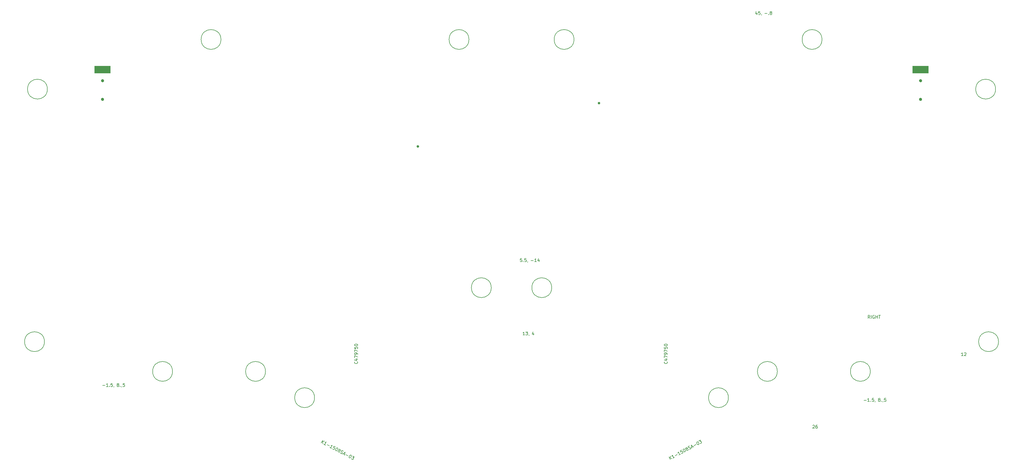
<source format=gbr>
%TF.GenerationSoftware,KiCad,Pcbnew,(6.99.0-4085-g6c752680d7)*%
%TF.CreationDate,2022-11-10T11:06:54+08:00*%
%TF.ProjectId,Rev2.4,52657632-2e34-42e6-9b69-6361645f7063,rev?*%
%TF.SameCoordinates,Original*%
%TF.FileFunction,Other,Comment*%
%FSLAX46Y46*%
G04 Gerber Fmt 4.6, Leading zero omitted, Abs format (unit mm)*
G04 Created by KiCad (PCBNEW (6.99.0-4085-g6c752680d7)) date 2022-11-10 11:06:54*
%MOMM*%
%LPD*%
G01*
G04 APERTURE LIST*
%ADD10C,0.150000*%
%ADD11C,0.500000*%
%ADD12C,0.400000*%
G04 APERTURE END LIST*
D10*
X323971906Y-167746428D02*
X324733811Y-167746428D01*
X325733810Y-168127380D02*
X325162382Y-168127380D01*
X325448096Y-168127380D02*
X325448096Y-167127380D01*
X325448096Y-167127380D02*
X325352858Y-167270238D01*
X325352858Y-167270238D02*
X325257620Y-167365476D01*
X325257620Y-167365476D02*
X325162382Y-167413095D01*
X326162382Y-168032142D02*
X326210001Y-168079761D01*
X326210001Y-168079761D02*
X326162382Y-168127380D01*
X326162382Y-168127380D02*
X326114763Y-168079761D01*
X326114763Y-168079761D02*
X326162382Y-168032142D01*
X326162382Y-168032142D02*
X326162382Y-168127380D01*
X327114762Y-167127380D02*
X326638572Y-167127380D01*
X326638572Y-167127380D02*
X326590953Y-167603571D01*
X326590953Y-167603571D02*
X326638572Y-167555952D01*
X326638572Y-167555952D02*
X326733810Y-167508333D01*
X326733810Y-167508333D02*
X326971905Y-167508333D01*
X326971905Y-167508333D02*
X327067143Y-167555952D01*
X327067143Y-167555952D02*
X327114762Y-167603571D01*
X327114762Y-167603571D02*
X327162381Y-167698809D01*
X327162381Y-167698809D02*
X327162381Y-167936904D01*
X327162381Y-167936904D02*
X327114762Y-168032142D01*
X327114762Y-168032142D02*
X327067143Y-168079761D01*
X327067143Y-168079761D02*
X326971905Y-168127380D01*
X326971905Y-168127380D02*
X326733810Y-168127380D01*
X326733810Y-168127380D02*
X326638572Y-168079761D01*
X326638572Y-168079761D02*
X326590953Y-168032142D01*
X327638572Y-168079761D02*
X327638572Y-168127380D01*
X327638572Y-168127380D02*
X327590953Y-168222619D01*
X327590953Y-168222619D02*
X327543334Y-168270238D01*
X328810000Y-167555952D02*
X328714762Y-167508333D01*
X328714762Y-167508333D02*
X328667143Y-167460714D01*
X328667143Y-167460714D02*
X328619524Y-167365476D01*
X328619524Y-167365476D02*
X328619524Y-167317857D01*
X328619524Y-167317857D02*
X328667143Y-167222619D01*
X328667143Y-167222619D02*
X328714762Y-167175000D01*
X328714762Y-167175000D02*
X328810000Y-167127380D01*
X328810000Y-167127380D02*
X329000476Y-167127380D01*
X329000476Y-167127380D02*
X329095714Y-167175000D01*
X329095714Y-167175000D02*
X329143333Y-167222619D01*
X329143333Y-167222619D02*
X329190952Y-167317857D01*
X329190952Y-167317857D02*
X329190952Y-167365476D01*
X329190952Y-167365476D02*
X329143333Y-167460714D01*
X329143333Y-167460714D02*
X329095714Y-167508333D01*
X329095714Y-167508333D02*
X329000476Y-167555952D01*
X329000476Y-167555952D02*
X328810000Y-167555952D01*
X328810000Y-167555952D02*
X328714762Y-167603571D01*
X328714762Y-167603571D02*
X328667143Y-167651190D01*
X328667143Y-167651190D02*
X328619524Y-167746428D01*
X328619524Y-167746428D02*
X328619524Y-167936904D01*
X328619524Y-167936904D02*
X328667143Y-168032142D01*
X328667143Y-168032142D02*
X328714762Y-168079761D01*
X328714762Y-168079761D02*
X328810000Y-168127380D01*
X328810000Y-168127380D02*
X329000476Y-168127380D01*
X329000476Y-168127380D02*
X329095714Y-168079761D01*
X329095714Y-168079761D02*
X329143333Y-168032142D01*
X329143333Y-168032142D02*
X329190952Y-167936904D01*
X329190952Y-167936904D02*
X329190952Y-167746428D01*
X329190952Y-167746428D02*
X329143333Y-167651190D01*
X329143333Y-167651190D02*
X329095714Y-167603571D01*
X329095714Y-167603571D02*
X329000476Y-167555952D01*
X329619524Y-168032142D02*
X329667143Y-168079761D01*
X329667143Y-168079761D02*
X329619524Y-168127380D01*
X329619524Y-168127380D02*
X329571905Y-168079761D01*
X329571905Y-168079761D02*
X329619524Y-168032142D01*
X329619524Y-168032142D02*
X329619524Y-168127380D01*
X330143333Y-168079761D02*
X330143333Y-168127380D01*
X330143333Y-168127380D02*
X330095714Y-168222619D01*
X330095714Y-168222619D02*
X330048095Y-168270238D01*
X331048094Y-167127380D02*
X330571904Y-167127380D01*
X330571904Y-167127380D02*
X330524285Y-167603571D01*
X330524285Y-167603571D02*
X330571904Y-167555952D01*
X330571904Y-167555952D02*
X330667142Y-167508333D01*
X330667142Y-167508333D02*
X330905237Y-167508333D01*
X330905237Y-167508333D02*
X331000475Y-167555952D01*
X331000475Y-167555952D02*
X331048094Y-167603571D01*
X331048094Y-167603571D02*
X331095713Y-167698809D01*
X331095713Y-167698809D02*
X331095713Y-167936904D01*
X331095713Y-167936904D02*
X331048094Y-168032142D01*
X331048094Y-168032142D02*
X331000475Y-168079761D01*
X331000475Y-168079761D02*
X330905237Y-168127380D01*
X330905237Y-168127380D02*
X330667142Y-168127380D01*
X330667142Y-168127380D02*
X330571904Y-168079761D01*
X330571904Y-168079761D02*
X330524285Y-168032142D01*
X289442857Y-42800714D02*
X289442857Y-43467380D01*
X289204762Y-42419761D02*
X288966667Y-43134047D01*
X288966667Y-43134047D02*
X289585714Y-43134047D01*
X290442857Y-42467380D02*
X289966667Y-42467380D01*
X289966667Y-42467380D02*
X289919048Y-42943571D01*
X289919048Y-42943571D02*
X289966667Y-42895952D01*
X289966667Y-42895952D02*
X290061905Y-42848333D01*
X290061905Y-42848333D02*
X290300000Y-42848333D01*
X290300000Y-42848333D02*
X290395238Y-42895952D01*
X290395238Y-42895952D02*
X290442857Y-42943571D01*
X290442857Y-42943571D02*
X290490476Y-43038809D01*
X290490476Y-43038809D02*
X290490476Y-43276904D01*
X290490476Y-43276904D02*
X290442857Y-43372142D01*
X290442857Y-43372142D02*
X290395238Y-43419761D01*
X290395238Y-43419761D02*
X290300000Y-43467380D01*
X290300000Y-43467380D02*
X290061905Y-43467380D01*
X290061905Y-43467380D02*
X289966667Y-43419761D01*
X289966667Y-43419761D02*
X289919048Y-43372142D01*
X290966667Y-43419761D02*
X290966667Y-43467380D01*
X290966667Y-43467380D02*
X290919048Y-43562619D01*
X290919048Y-43562619D02*
X290871429Y-43610238D01*
X291995238Y-43086428D02*
X292757143Y-43086428D01*
X293233333Y-43372142D02*
X293280952Y-43419761D01*
X293280952Y-43419761D02*
X293233333Y-43467380D01*
X293233333Y-43467380D02*
X293185714Y-43419761D01*
X293185714Y-43419761D02*
X293233333Y-43372142D01*
X293233333Y-43372142D02*
X293233333Y-43467380D01*
X293852380Y-42895952D02*
X293757142Y-42848333D01*
X293757142Y-42848333D02*
X293709523Y-42800714D01*
X293709523Y-42800714D02*
X293661904Y-42705476D01*
X293661904Y-42705476D02*
X293661904Y-42657857D01*
X293661904Y-42657857D02*
X293709523Y-42562619D01*
X293709523Y-42562619D02*
X293757142Y-42515000D01*
X293757142Y-42515000D02*
X293852380Y-42467380D01*
X293852380Y-42467380D02*
X294042856Y-42467380D01*
X294042856Y-42467380D02*
X294138094Y-42515000D01*
X294138094Y-42515000D02*
X294185713Y-42562619D01*
X294185713Y-42562619D02*
X294233332Y-42657857D01*
X294233332Y-42657857D02*
X294233332Y-42705476D01*
X294233332Y-42705476D02*
X294185713Y-42800714D01*
X294185713Y-42800714D02*
X294138094Y-42848333D01*
X294138094Y-42848333D02*
X294042856Y-42895952D01*
X294042856Y-42895952D02*
X293852380Y-42895952D01*
X293852380Y-42895952D02*
X293757142Y-42943571D01*
X293757142Y-42943571D02*
X293709523Y-42991190D01*
X293709523Y-42991190D02*
X293661904Y-43086428D01*
X293661904Y-43086428D02*
X293661904Y-43276904D01*
X293661904Y-43276904D02*
X293709523Y-43372142D01*
X293709523Y-43372142D02*
X293757142Y-43419761D01*
X293757142Y-43419761D02*
X293852380Y-43467380D01*
X293852380Y-43467380D02*
X294042856Y-43467380D01*
X294042856Y-43467380D02*
X294138094Y-43419761D01*
X294138094Y-43419761D02*
X294185713Y-43372142D01*
X294185713Y-43372142D02*
X294233332Y-43276904D01*
X294233332Y-43276904D02*
X294233332Y-43086428D01*
X294233332Y-43086428D02*
X294185713Y-42991190D01*
X294185713Y-42991190D02*
X294138094Y-42943571D01*
X294138094Y-42943571D02*
X294042856Y-42895952D01*
X213584286Y-122087380D02*
X213108096Y-122087380D01*
X213108096Y-122087380D02*
X213060477Y-122563571D01*
X213060477Y-122563571D02*
X213108096Y-122515952D01*
X213108096Y-122515952D02*
X213203334Y-122468333D01*
X213203334Y-122468333D02*
X213441429Y-122468333D01*
X213441429Y-122468333D02*
X213536667Y-122515952D01*
X213536667Y-122515952D02*
X213584286Y-122563571D01*
X213584286Y-122563571D02*
X213631905Y-122658809D01*
X213631905Y-122658809D02*
X213631905Y-122896904D01*
X213631905Y-122896904D02*
X213584286Y-122992142D01*
X213584286Y-122992142D02*
X213536667Y-123039761D01*
X213536667Y-123039761D02*
X213441429Y-123087380D01*
X213441429Y-123087380D02*
X213203334Y-123087380D01*
X213203334Y-123087380D02*
X213108096Y-123039761D01*
X213108096Y-123039761D02*
X213060477Y-122992142D01*
X214060477Y-122992142D02*
X214108096Y-123039761D01*
X214108096Y-123039761D02*
X214060477Y-123087380D01*
X214060477Y-123087380D02*
X214012858Y-123039761D01*
X214012858Y-123039761D02*
X214060477Y-122992142D01*
X214060477Y-122992142D02*
X214060477Y-123087380D01*
X215012857Y-122087380D02*
X214536667Y-122087380D01*
X214536667Y-122087380D02*
X214489048Y-122563571D01*
X214489048Y-122563571D02*
X214536667Y-122515952D01*
X214536667Y-122515952D02*
X214631905Y-122468333D01*
X214631905Y-122468333D02*
X214870000Y-122468333D01*
X214870000Y-122468333D02*
X214965238Y-122515952D01*
X214965238Y-122515952D02*
X215012857Y-122563571D01*
X215012857Y-122563571D02*
X215060476Y-122658809D01*
X215060476Y-122658809D02*
X215060476Y-122896904D01*
X215060476Y-122896904D02*
X215012857Y-122992142D01*
X215012857Y-122992142D02*
X214965238Y-123039761D01*
X214965238Y-123039761D02*
X214870000Y-123087380D01*
X214870000Y-123087380D02*
X214631905Y-123087380D01*
X214631905Y-123087380D02*
X214536667Y-123039761D01*
X214536667Y-123039761D02*
X214489048Y-122992142D01*
X215536667Y-123039761D02*
X215536667Y-123087380D01*
X215536667Y-123087380D02*
X215489048Y-123182619D01*
X215489048Y-123182619D02*
X215441429Y-123230238D01*
X216565238Y-122706428D02*
X217327143Y-122706428D01*
X218327142Y-123087380D02*
X217755714Y-123087380D01*
X218041428Y-123087380D02*
X218041428Y-122087380D01*
X218041428Y-122087380D02*
X217946190Y-122230238D01*
X217946190Y-122230238D02*
X217850952Y-122325476D01*
X217850952Y-122325476D02*
X217755714Y-122373095D01*
X219184285Y-122420714D02*
X219184285Y-123087380D01*
X218946190Y-122039761D02*
X218708095Y-122754047D01*
X218708095Y-122754047D02*
X219327142Y-122754047D01*
X214525238Y-146737380D02*
X213953810Y-146737380D01*
X214239524Y-146737380D02*
X214239524Y-145737380D01*
X214239524Y-145737380D02*
X214144286Y-145880238D01*
X214144286Y-145880238D02*
X214049048Y-145975476D01*
X214049048Y-145975476D02*
X213953810Y-146023095D01*
X214858572Y-145737380D02*
X215477619Y-145737380D01*
X215477619Y-145737380D02*
X215144286Y-146118333D01*
X215144286Y-146118333D02*
X215287143Y-146118333D01*
X215287143Y-146118333D02*
X215382381Y-146165952D01*
X215382381Y-146165952D02*
X215430000Y-146213571D01*
X215430000Y-146213571D02*
X215477619Y-146308809D01*
X215477619Y-146308809D02*
X215477619Y-146546904D01*
X215477619Y-146546904D02*
X215430000Y-146642142D01*
X215430000Y-146642142D02*
X215382381Y-146689761D01*
X215382381Y-146689761D02*
X215287143Y-146737380D01*
X215287143Y-146737380D02*
X215001429Y-146737380D01*
X215001429Y-146737380D02*
X214906191Y-146689761D01*
X214906191Y-146689761D02*
X214858572Y-146642142D01*
X215953810Y-146689761D02*
X215953810Y-146737380D01*
X215953810Y-146737380D02*
X215906191Y-146832619D01*
X215906191Y-146832619D02*
X215858572Y-146880238D01*
X217410952Y-146070714D02*
X217410952Y-146737380D01*
X217172857Y-145689761D02*
X216934762Y-146404047D01*
X216934762Y-146404047D02*
X217553809Y-146404047D01*
X325890761Y-141383378D02*
X325557428Y-140907188D01*
X325319333Y-141383378D02*
X325319333Y-140383378D01*
X325319333Y-140383378D02*
X325700285Y-140383378D01*
X325700285Y-140383378D02*
X325795523Y-140430998D01*
X325795523Y-140430998D02*
X325843142Y-140478617D01*
X325843142Y-140478617D02*
X325890761Y-140573855D01*
X325890761Y-140573855D02*
X325890761Y-140716712D01*
X325890761Y-140716712D02*
X325843142Y-140811950D01*
X325843142Y-140811950D02*
X325795523Y-140859569D01*
X325795523Y-140859569D02*
X325700285Y-140907188D01*
X325700285Y-140907188D02*
X325319333Y-140907188D01*
X326319333Y-141383378D02*
X326319333Y-140383378D01*
X327319332Y-140430998D02*
X327224094Y-140383378D01*
X327224094Y-140383378D02*
X327081237Y-140383378D01*
X327081237Y-140383378D02*
X326938380Y-140430998D01*
X326938380Y-140430998D02*
X326843142Y-140526236D01*
X326843142Y-140526236D02*
X326795523Y-140621474D01*
X326795523Y-140621474D02*
X326747904Y-140811950D01*
X326747904Y-140811950D02*
X326747904Y-140954807D01*
X326747904Y-140954807D02*
X326795523Y-141145283D01*
X326795523Y-141145283D02*
X326843142Y-141240521D01*
X326843142Y-141240521D02*
X326938380Y-141335759D01*
X326938380Y-141335759D02*
X327081237Y-141383378D01*
X327081237Y-141383378D02*
X327176475Y-141383378D01*
X327176475Y-141383378D02*
X327319332Y-141335759D01*
X327319332Y-141335759D02*
X327366951Y-141288140D01*
X327366951Y-141288140D02*
X327366951Y-140954807D01*
X327366951Y-140954807D02*
X327176475Y-140954807D01*
X327795523Y-141383378D02*
X327795523Y-140383378D01*
X327795523Y-140859569D02*
X328366951Y-140859569D01*
X328366951Y-141383378D02*
X328366951Y-140383378D01*
X328700285Y-140383378D02*
X329271713Y-140383378D01*
X328985999Y-141383378D02*
X328985999Y-140383378D01*
X78366906Y-162958180D02*
X79128811Y-162958180D01*
X80128810Y-163339132D02*
X79557382Y-163339132D01*
X79843096Y-163339132D02*
X79843096Y-162339132D01*
X79843096Y-162339132D02*
X79747858Y-162481990D01*
X79747858Y-162481990D02*
X79652620Y-162577228D01*
X79652620Y-162577228D02*
X79557382Y-162624847D01*
X80557382Y-163243894D02*
X80605001Y-163291513D01*
X80605001Y-163291513D02*
X80557382Y-163339132D01*
X80557382Y-163339132D02*
X80509763Y-163291513D01*
X80509763Y-163291513D02*
X80557382Y-163243894D01*
X80557382Y-163243894D02*
X80557382Y-163339132D01*
X81509762Y-162339132D02*
X81033572Y-162339132D01*
X81033572Y-162339132D02*
X80985953Y-162815323D01*
X80985953Y-162815323D02*
X81033572Y-162767704D01*
X81033572Y-162767704D02*
X81128810Y-162720085D01*
X81128810Y-162720085D02*
X81366905Y-162720085D01*
X81366905Y-162720085D02*
X81462143Y-162767704D01*
X81462143Y-162767704D02*
X81509762Y-162815323D01*
X81509762Y-162815323D02*
X81557381Y-162910561D01*
X81557381Y-162910561D02*
X81557381Y-163148656D01*
X81557381Y-163148656D02*
X81509762Y-163243894D01*
X81509762Y-163243894D02*
X81462143Y-163291513D01*
X81462143Y-163291513D02*
X81366905Y-163339132D01*
X81366905Y-163339132D02*
X81128810Y-163339132D01*
X81128810Y-163339132D02*
X81033572Y-163291513D01*
X81033572Y-163291513D02*
X80985953Y-163243894D01*
X82033572Y-163291513D02*
X82033572Y-163339132D01*
X82033572Y-163339132D02*
X81985953Y-163434371D01*
X81985953Y-163434371D02*
X81938334Y-163481990D01*
X83205000Y-162767704D02*
X83109762Y-162720085D01*
X83109762Y-162720085D02*
X83062143Y-162672466D01*
X83062143Y-162672466D02*
X83014524Y-162577228D01*
X83014524Y-162577228D02*
X83014524Y-162529609D01*
X83014524Y-162529609D02*
X83062143Y-162434371D01*
X83062143Y-162434371D02*
X83109762Y-162386752D01*
X83109762Y-162386752D02*
X83205000Y-162339132D01*
X83205000Y-162339132D02*
X83395476Y-162339132D01*
X83395476Y-162339132D02*
X83490714Y-162386752D01*
X83490714Y-162386752D02*
X83538333Y-162434371D01*
X83538333Y-162434371D02*
X83585952Y-162529609D01*
X83585952Y-162529609D02*
X83585952Y-162577228D01*
X83585952Y-162577228D02*
X83538333Y-162672466D01*
X83538333Y-162672466D02*
X83490714Y-162720085D01*
X83490714Y-162720085D02*
X83395476Y-162767704D01*
X83395476Y-162767704D02*
X83205000Y-162767704D01*
X83205000Y-162767704D02*
X83109762Y-162815323D01*
X83109762Y-162815323D02*
X83062143Y-162862942D01*
X83062143Y-162862942D02*
X83014524Y-162958180D01*
X83014524Y-162958180D02*
X83014524Y-163148656D01*
X83014524Y-163148656D02*
X83062143Y-163243894D01*
X83062143Y-163243894D02*
X83109762Y-163291513D01*
X83109762Y-163291513D02*
X83205000Y-163339132D01*
X83205000Y-163339132D02*
X83395476Y-163339132D01*
X83395476Y-163339132D02*
X83490714Y-163291513D01*
X83490714Y-163291513D02*
X83538333Y-163243894D01*
X83538333Y-163243894D02*
X83585952Y-163148656D01*
X83585952Y-163148656D02*
X83585952Y-162958180D01*
X83585952Y-162958180D02*
X83538333Y-162862942D01*
X83538333Y-162862942D02*
X83490714Y-162815323D01*
X83490714Y-162815323D02*
X83395476Y-162767704D01*
X84014524Y-163243894D02*
X84062143Y-163291513D01*
X84062143Y-163291513D02*
X84014524Y-163339132D01*
X84014524Y-163339132D02*
X83966905Y-163291513D01*
X83966905Y-163291513D02*
X84014524Y-163243894D01*
X84014524Y-163243894D02*
X84014524Y-163339132D01*
X84538333Y-163291513D02*
X84538333Y-163339132D01*
X84538333Y-163339132D02*
X84490714Y-163434371D01*
X84490714Y-163434371D02*
X84443095Y-163481990D01*
X85443094Y-162339132D02*
X84966904Y-162339132D01*
X84966904Y-162339132D02*
X84919285Y-162815323D01*
X84919285Y-162815323D02*
X84966904Y-162767704D01*
X84966904Y-162767704D02*
X85062142Y-162720085D01*
X85062142Y-162720085D02*
X85300237Y-162720085D01*
X85300237Y-162720085D02*
X85395475Y-162767704D01*
X85395475Y-162767704D02*
X85443094Y-162815323D01*
X85443094Y-162815323D02*
X85490713Y-162910561D01*
X85490713Y-162910561D02*
X85490713Y-163148656D01*
X85490713Y-163148656D02*
X85443094Y-163243894D01*
X85443094Y-163243894D02*
X85395475Y-163291513D01*
X85395475Y-163291513D02*
X85300237Y-163339132D01*
X85300237Y-163339132D02*
X85062142Y-163339132D01*
X85062142Y-163339132D02*
X84966904Y-163291513D01*
X84966904Y-163291513D02*
X84919285Y-163243894D01*
X355969523Y-153427380D02*
X355398095Y-153427380D01*
X355683809Y-153427380D02*
X355683809Y-152427380D01*
X355683809Y-152427380D02*
X355588571Y-152570238D01*
X355588571Y-152570238D02*
X355493333Y-152665476D01*
X355493333Y-152665476D02*
X355398095Y-152713095D01*
X356350476Y-152522619D02*
X356398095Y-152475000D01*
X356398095Y-152475000D02*
X356493333Y-152427380D01*
X356493333Y-152427380D02*
X356731428Y-152427380D01*
X356731428Y-152427380D02*
X356826666Y-152475000D01*
X356826666Y-152475000D02*
X356874285Y-152522619D01*
X356874285Y-152522619D02*
X356921904Y-152617857D01*
X356921904Y-152617857D02*
X356921904Y-152713095D01*
X356921904Y-152713095D02*
X356874285Y-152855952D01*
X356874285Y-152855952D02*
X356302857Y-153427380D01*
X356302857Y-153427380D02*
X356921904Y-153427380D01*
X307448095Y-175872619D02*
X307495714Y-175825000D01*
X307495714Y-175825000D02*
X307590952Y-175777380D01*
X307590952Y-175777380D02*
X307829047Y-175777380D01*
X307829047Y-175777380D02*
X307924285Y-175825000D01*
X307924285Y-175825000D02*
X307971904Y-175872619D01*
X307971904Y-175872619D02*
X308019523Y-175967857D01*
X308019523Y-175967857D02*
X308019523Y-176063095D01*
X308019523Y-176063095D02*
X307971904Y-176205952D01*
X307971904Y-176205952D02*
X307400476Y-176777380D01*
X307400476Y-176777380D02*
X308019523Y-176777380D01*
X308876666Y-175777380D02*
X308686190Y-175777380D01*
X308686190Y-175777380D02*
X308590952Y-175825000D01*
X308590952Y-175825000D02*
X308543333Y-175872619D01*
X308543333Y-175872619D02*
X308448095Y-176015476D01*
X308448095Y-176015476D02*
X308400476Y-176205952D01*
X308400476Y-176205952D02*
X308400476Y-176586904D01*
X308400476Y-176586904D02*
X308448095Y-176682142D01*
X308448095Y-176682142D02*
X308495714Y-176729761D01*
X308495714Y-176729761D02*
X308590952Y-176777380D01*
X308590952Y-176777380D02*
X308781428Y-176777380D01*
X308781428Y-176777380D02*
X308876666Y-176729761D01*
X308876666Y-176729761D02*
X308924285Y-176682142D01*
X308924285Y-176682142D02*
X308971904Y-176586904D01*
X308971904Y-176586904D02*
X308971904Y-176348809D01*
X308971904Y-176348809D02*
X308924285Y-176253571D01*
X308924285Y-176253571D02*
X308876666Y-176205952D01*
X308876666Y-176205952D02*
X308781428Y-176158333D01*
X308781428Y-176158333D02*
X308590952Y-176158333D01*
X308590952Y-176158333D02*
X308495714Y-176205952D01*
X308495714Y-176205952D02*
X308448095Y-176253571D01*
X308448095Y-176253571D02*
X308400476Y-176348809D01*
%TO.C,J27*%
X260456641Y-155347623D02*
X260504260Y-155395242D01*
X260504260Y-155395242D02*
X260551879Y-155538099D01*
X260551879Y-155538099D02*
X260551879Y-155633337D01*
X260551879Y-155633337D02*
X260504260Y-155776194D01*
X260504260Y-155776194D02*
X260409022Y-155871432D01*
X260409022Y-155871432D02*
X260313784Y-155919051D01*
X260313784Y-155919051D02*
X260123308Y-155966670D01*
X260123308Y-155966670D02*
X259980451Y-155966670D01*
X259980451Y-155966670D02*
X259789975Y-155919051D01*
X259789975Y-155919051D02*
X259694737Y-155871432D01*
X259694737Y-155871432D02*
X259599499Y-155776194D01*
X259599499Y-155776194D02*
X259551879Y-155633337D01*
X259551879Y-155633337D02*
X259551879Y-155538099D01*
X259551879Y-155538099D02*
X259599499Y-155395242D01*
X259599499Y-155395242D02*
X259647118Y-155347623D01*
X259885213Y-154490480D02*
X260551879Y-154490480D01*
X259504260Y-154728575D02*
X260218546Y-154966670D01*
X260218546Y-154966670D02*
X260218546Y-154347623D01*
X259551879Y-154061908D02*
X259551879Y-153395242D01*
X259551879Y-153395242D02*
X260551879Y-153823813D01*
X260551879Y-152966670D02*
X260551879Y-152776194D01*
X260551879Y-152776194D02*
X260504260Y-152680956D01*
X260504260Y-152680956D02*
X260456641Y-152633337D01*
X260456641Y-152633337D02*
X260313784Y-152538099D01*
X260313784Y-152538099D02*
X260123308Y-152490480D01*
X260123308Y-152490480D02*
X259742356Y-152490480D01*
X259742356Y-152490480D02*
X259647118Y-152538099D01*
X259647118Y-152538099D02*
X259599499Y-152585718D01*
X259599499Y-152585718D02*
X259551879Y-152680956D01*
X259551879Y-152680956D02*
X259551879Y-152871432D01*
X259551879Y-152871432D02*
X259599499Y-152966670D01*
X259599499Y-152966670D02*
X259647118Y-153014289D01*
X259647118Y-153014289D02*
X259742356Y-153061908D01*
X259742356Y-153061908D02*
X259980451Y-153061908D01*
X259980451Y-153061908D02*
X260075689Y-153014289D01*
X260075689Y-153014289D02*
X260123308Y-152966670D01*
X260123308Y-152966670D02*
X260170927Y-152871432D01*
X260170927Y-152871432D02*
X260170927Y-152680956D01*
X260170927Y-152680956D02*
X260123308Y-152585718D01*
X260123308Y-152585718D02*
X260075689Y-152538099D01*
X260075689Y-152538099D02*
X259980451Y-152490480D01*
X259551879Y-152157146D02*
X259551879Y-151490480D01*
X259551879Y-151490480D02*
X260551879Y-151919051D01*
X259551879Y-150633337D02*
X259551879Y-151109527D01*
X259551879Y-151109527D02*
X260028070Y-151157146D01*
X260028070Y-151157146D02*
X259980451Y-151109527D01*
X259980451Y-151109527D02*
X259932832Y-151014289D01*
X259932832Y-151014289D02*
X259932832Y-150776194D01*
X259932832Y-150776194D02*
X259980451Y-150680956D01*
X259980451Y-150680956D02*
X260028070Y-150633337D01*
X260028070Y-150633337D02*
X260123308Y-150585718D01*
X260123308Y-150585718D02*
X260361403Y-150585718D01*
X260361403Y-150585718D02*
X260456641Y-150633337D01*
X260456641Y-150633337D02*
X260504260Y-150680956D01*
X260504260Y-150680956D02*
X260551879Y-150776194D01*
X260551879Y-150776194D02*
X260551879Y-151014289D01*
X260551879Y-151014289D02*
X260504260Y-151109527D01*
X260504260Y-151109527D02*
X260456641Y-151157146D01*
X259551879Y-149966670D02*
X259551879Y-149871432D01*
X259551879Y-149871432D02*
X259599499Y-149776194D01*
X259599499Y-149776194D02*
X259647118Y-149728575D01*
X259647118Y-149728575D02*
X259742356Y-149680956D01*
X259742356Y-149680956D02*
X259932832Y-149633337D01*
X259932832Y-149633337D02*
X260170927Y-149633337D01*
X260170927Y-149633337D02*
X260361403Y-149680956D01*
X260361403Y-149680956D02*
X260456641Y-149728575D01*
X260456641Y-149728575D02*
X260504260Y-149776194D01*
X260504260Y-149776194D02*
X260551879Y-149871432D01*
X260551879Y-149871432D02*
X260551879Y-149966670D01*
X260551879Y-149966670D02*
X260504260Y-150061908D01*
X260504260Y-150061908D02*
X260456641Y-150109527D01*
X260456641Y-150109527D02*
X260361403Y-150157146D01*
X260361403Y-150157146D02*
X260170927Y-150204765D01*
X260170927Y-150204765D02*
X259932832Y-150204765D01*
X259932832Y-150204765D02*
X259742356Y-150157146D01*
X259742356Y-150157146D02*
X259647118Y-150109527D01*
X259647118Y-150109527D02*
X259599499Y-150061908D01*
X259599499Y-150061908D02*
X259551879Y-149966670D01*
%TO.C,J15*%
X160512145Y-155345819D02*
X160559764Y-155393438D01*
X160559764Y-155393438D02*
X160607383Y-155536295D01*
X160607383Y-155536295D02*
X160607383Y-155631533D01*
X160607383Y-155631533D02*
X160559764Y-155774390D01*
X160559764Y-155774390D02*
X160464526Y-155869628D01*
X160464526Y-155869628D02*
X160369288Y-155917247D01*
X160369288Y-155917247D02*
X160178812Y-155964866D01*
X160178812Y-155964866D02*
X160035955Y-155964866D01*
X160035955Y-155964866D02*
X159845479Y-155917247D01*
X159845479Y-155917247D02*
X159750241Y-155869628D01*
X159750241Y-155869628D02*
X159655003Y-155774390D01*
X159655003Y-155774390D02*
X159607383Y-155631533D01*
X159607383Y-155631533D02*
X159607383Y-155536295D01*
X159607383Y-155536295D02*
X159655003Y-155393438D01*
X159655003Y-155393438D02*
X159702622Y-155345819D01*
X159940717Y-154488676D02*
X160607383Y-154488676D01*
X159559764Y-154726771D02*
X160274050Y-154964866D01*
X160274050Y-154964866D02*
X160274050Y-154345819D01*
X159607383Y-154060104D02*
X159607383Y-153393438D01*
X159607383Y-153393438D02*
X160607383Y-153822009D01*
X160607383Y-152964866D02*
X160607383Y-152774390D01*
X160607383Y-152774390D02*
X160559764Y-152679152D01*
X160559764Y-152679152D02*
X160512145Y-152631533D01*
X160512145Y-152631533D02*
X160369288Y-152536295D01*
X160369288Y-152536295D02*
X160178812Y-152488676D01*
X160178812Y-152488676D02*
X159797860Y-152488676D01*
X159797860Y-152488676D02*
X159702622Y-152536295D01*
X159702622Y-152536295D02*
X159655003Y-152583914D01*
X159655003Y-152583914D02*
X159607383Y-152679152D01*
X159607383Y-152679152D02*
X159607383Y-152869628D01*
X159607383Y-152869628D02*
X159655003Y-152964866D01*
X159655003Y-152964866D02*
X159702622Y-153012485D01*
X159702622Y-153012485D02*
X159797860Y-153060104D01*
X159797860Y-153060104D02*
X160035955Y-153060104D01*
X160035955Y-153060104D02*
X160131193Y-153012485D01*
X160131193Y-153012485D02*
X160178812Y-152964866D01*
X160178812Y-152964866D02*
X160226431Y-152869628D01*
X160226431Y-152869628D02*
X160226431Y-152679152D01*
X160226431Y-152679152D02*
X160178812Y-152583914D01*
X160178812Y-152583914D02*
X160131193Y-152536295D01*
X160131193Y-152536295D02*
X160035955Y-152488676D01*
X159607383Y-152155342D02*
X159607383Y-151488676D01*
X159607383Y-151488676D02*
X160607383Y-151917247D01*
X159607383Y-150631533D02*
X159607383Y-151107723D01*
X159607383Y-151107723D02*
X160083574Y-151155342D01*
X160083574Y-151155342D02*
X160035955Y-151107723D01*
X160035955Y-151107723D02*
X159988336Y-151012485D01*
X159988336Y-151012485D02*
X159988336Y-150774390D01*
X159988336Y-150774390D02*
X160035955Y-150679152D01*
X160035955Y-150679152D02*
X160083574Y-150631533D01*
X160083574Y-150631533D02*
X160178812Y-150583914D01*
X160178812Y-150583914D02*
X160416907Y-150583914D01*
X160416907Y-150583914D02*
X160512145Y-150631533D01*
X160512145Y-150631533D02*
X160559764Y-150679152D01*
X160559764Y-150679152D02*
X160607383Y-150774390D01*
X160607383Y-150774390D02*
X160607383Y-151012485D01*
X160607383Y-151012485D02*
X160559764Y-151107723D01*
X160559764Y-151107723D02*
X160512145Y-151155342D01*
X159607383Y-149964866D02*
X159607383Y-149869628D01*
X159607383Y-149869628D02*
X159655003Y-149774390D01*
X159655003Y-149774390D02*
X159702622Y-149726771D01*
X159702622Y-149726771D02*
X159797860Y-149679152D01*
X159797860Y-149679152D02*
X159988336Y-149631533D01*
X159988336Y-149631533D02*
X160226431Y-149631533D01*
X160226431Y-149631533D02*
X160416907Y-149679152D01*
X160416907Y-149679152D02*
X160512145Y-149726771D01*
X160512145Y-149726771D02*
X160559764Y-149774390D01*
X160559764Y-149774390D02*
X160607383Y-149869628D01*
X160607383Y-149869628D02*
X160607383Y-149964866D01*
X160607383Y-149964866D02*
X160559764Y-150060104D01*
X160559764Y-150060104D02*
X160512145Y-150107723D01*
X160512145Y-150107723D02*
X160416907Y-150155342D01*
X160416907Y-150155342D02*
X160226431Y-150202961D01*
X160226431Y-150202961D02*
X159988336Y-150202961D01*
X159988336Y-150202961D02*
X159797860Y-150155342D01*
X159797860Y-150155342D02*
X159702622Y-150107723D01*
X159702622Y-150107723D02*
X159655003Y-150060104D01*
X159655003Y-150060104D02*
X159607383Y-149964866D01*
%TO.C,S1*%
X148909574Y-181502052D02*
X149379045Y-180619105D01*
X149414115Y-181770322D02*
X149303978Y-181064578D01*
X149883587Y-180887374D02*
X149110776Y-181123646D01*
X150255018Y-182217438D02*
X149750476Y-181949168D01*
X150002747Y-182083303D02*
X150472218Y-181200355D01*
X150472218Y-181200355D02*
X150321061Y-181281779D01*
X150321061Y-181281779D02*
X150192259Y-181321158D01*
X150192259Y-181321158D02*
X150085813Y-181318491D01*
X150812270Y-182082279D02*
X151484992Y-182439971D01*
X152189093Y-183245804D02*
X151684552Y-182977534D01*
X151936822Y-183111669D02*
X152406294Y-182228721D01*
X152406294Y-182228721D02*
X152255136Y-182310145D01*
X152255136Y-182310145D02*
X152126334Y-182349524D01*
X152126334Y-182349524D02*
X152019888Y-182346857D01*
X153457422Y-182787616D02*
X153036971Y-182564058D01*
X153036971Y-182564058D02*
X152771368Y-182962154D01*
X152771368Y-182962154D02*
X152835769Y-182942464D01*
X152835769Y-182942464D02*
X152942215Y-182945131D01*
X152942215Y-182945131D02*
X153152440Y-183056910D01*
X153152440Y-183056910D02*
X153214175Y-183143666D01*
X153214175Y-183143666D02*
X153233864Y-183208067D01*
X153233864Y-183208067D02*
X153231198Y-183314513D01*
X153231198Y-183314513D02*
X153119419Y-183524739D01*
X153119419Y-183524739D02*
X153032662Y-183586474D01*
X153032662Y-183586474D02*
X152968261Y-183606163D01*
X152968261Y-183606163D02*
X152861815Y-183603496D01*
X152861815Y-183603496D02*
X152651589Y-183491717D01*
X152651589Y-183491717D02*
X152589855Y-183404961D01*
X152589855Y-183404961D02*
X152570166Y-183340560D01*
X154046054Y-183100597D02*
X154130144Y-183145309D01*
X154130144Y-183145309D02*
X154191879Y-183232065D01*
X154191879Y-183232065D02*
X154211568Y-183296466D01*
X154211568Y-183296466D02*
X154208901Y-183402912D01*
X154208901Y-183402912D02*
X154161523Y-183593449D01*
X154161523Y-183593449D02*
X154049744Y-183803674D01*
X154049744Y-183803674D02*
X153918276Y-183949499D01*
X153918276Y-183949499D02*
X153831519Y-184011234D01*
X153831519Y-184011234D02*
X153767119Y-184030923D01*
X153767119Y-184030923D02*
X153660673Y-184028256D01*
X153660673Y-184028256D02*
X153576582Y-183983545D01*
X153576582Y-183983545D02*
X153514848Y-183896788D01*
X153514848Y-183896788D02*
X153495158Y-183832387D01*
X153495158Y-183832387D02*
X153497825Y-183725941D01*
X153497825Y-183725941D02*
X153545203Y-183535405D01*
X153545203Y-183535405D02*
X153656982Y-183325179D01*
X153656982Y-183325179D02*
X153788450Y-183179355D01*
X153788450Y-183179355D02*
X153875207Y-183117620D01*
X153875207Y-183117620D02*
X153939608Y-183097931D01*
X153939608Y-183097931D02*
X154046054Y-183100597D01*
X154643709Y-183903763D02*
X154581975Y-183817007D01*
X154581975Y-183817007D02*
X154562285Y-183752606D01*
X154562285Y-183752606D02*
X154564952Y-183646160D01*
X154564952Y-183646160D02*
X154587308Y-183604115D01*
X154587308Y-183604115D02*
X154674064Y-183542380D01*
X154674064Y-183542380D02*
X154738465Y-183522691D01*
X154738465Y-183522691D02*
X154844911Y-183525357D01*
X154844911Y-183525357D02*
X155013092Y-183614780D01*
X155013092Y-183614780D02*
X155074826Y-183701537D01*
X155074826Y-183701537D02*
X155094515Y-183765938D01*
X155094515Y-183765938D02*
X155091849Y-183872384D01*
X155091849Y-183872384D02*
X155069493Y-183914429D01*
X155069493Y-183914429D02*
X154982737Y-183976164D01*
X154982737Y-183976164D02*
X154918336Y-183995853D01*
X154918336Y-183995853D02*
X154811890Y-183993186D01*
X154811890Y-183993186D02*
X154643709Y-183903763D01*
X154643709Y-183903763D02*
X154537263Y-183901097D01*
X154537263Y-183901097D02*
X154472862Y-183920786D01*
X154472862Y-183920786D02*
X154386105Y-183982521D01*
X154386105Y-183982521D02*
X154296682Y-184150701D01*
X154296682Y-184150701D02*
X154294016Y-184257147D01*
X154294016Y-184257147D02*
X154313705Y-184321548D01*
X154313705Y-184321548D02*
X154375440Y-184408305D01*
X154375440Y-184408305D02*
X154543620Y-184497728D01*
X154543620Y-184497728D02*
X154650066Y-184500394D01*
X154650066Y-184500394D02*
X154714467Y-184480705D01*
X154714467Y-184480705D02*
X154801224Y-184418971D01*
X154801224Y-184418971D02*
X154890647Y-184250790D01*
X154890647Y-184250790D02*
X154893313Y-184144344D01*
X154893313Y-184144344D02*
X154873624Y-184079943D01*
X154873624Y-184079943D02*
X154811890Y-183993186D01*
X155070517Y-184723952D02*
X155174297Y-184833065D01*
X155174297Y-184833065D02*
X155384523Y-184944844D01*
X155384523Y-184944844D02*
X155490969Y-184947510D01*
X155490969Y-184947510D02*
X155555370Y-184927821D01*
X155555370Y-184927821D02*
X155642126Y-184866086D01*
X155642126Y-184866086D02*
X155686838Y-184781996D01*
X155686838Y-184781996D02*
X155689504Y-184675550D01*
X155689504Y-184675550D02*
X155669815Y-184611149D01*
X155669815Y-184611149D02*
X155608081Y-184524393D01*
X155608081Y-184524393D02*
X155462256Y-184392924D01*
X155462256Y-184392924D02*
X155400521Y-184306168D01*
X155400521Y-184306168D02*
X155380832Y-184241767D01*
X155380832Y-184241767D02*
X155383498Y-184135321D01*
X155383498Y-184135321D02*
X155428210Y-184051230D01*
X155428210Y-184051230D02*
X155514967Y-183989496D01*
X155514967Y-183989496D02*
X155579368Y-183969807D01*
X155579368Y-183969807D02*
X155685814Y-183972473D01*
X155685814Y-183972473D02*
X155896039Y-184084252D01*
X155896039Y-184084252D02*
X155999819Y-184193364D01*
X156023199Y-184960843D02*
X156443650Y-185184400D01*
X155804974Y-185168402D02*
X156568761Y-184441945D01*
X156568761Y-184441945D02*
X156393606Y-185481383D01*
X156866768Y-185301512D02*
X157539490Y-185659205D01*
X158418747Y-185425599D02*
X158502837Y-185470311D01*
X158502837Y-185470311D02*
X158564571Y-185557068D01*
X158564571Y-185557068D02*
X158584261Y-185621468D01*
X158584261Y-185621468D02*
X158581594Y-185727914D01*
X158581594Y-185727914D02*
X158534216Y-185918451D01*
X158534216Y-185918451D02*
X158422437Y-186128676D01*
X158422437Y-186128676D02*
X158290969Y-186274501D01*
X158290969Y-186274501D02*
X158204212Y-186336236D01*
X158204212Y-186336236D02*
X158139811Y-186355925D01*
X158139811Y-186355925D02*
X158033365Y-186353258D01*
X158033365Y-186353258D02*
X157949275Y-186308547D01*
X157949275Y-186308547D02*
X157887541Y-186221790D01*
X157887541Y-186221790D02*
X157867851Y-186157389D01*
X157867851Y-186157389D02*
X157870518Y-186050943D01*
X157870518Y-186050943D02*
X157917896Y-185860407D01*
X157917896Y-185860407D02*
X158029675Y-185650181D01*
X158029675Y-185650181D02*
X158161143Y-185504357D01*
X158161143Y-185504357D02*
X158247900Y-185442622D01*
X158247900Y-185442622D02*
X158312301Y-185422933D01*
X158312301Y-185422933D02*
X158418747Y-185425599D01*
X159007378Y-185738580D02*
X159553965Y-186029206D01*
X159553965Y-186029206D02*
X159080803Y-186209076D01*
X159080803Y-186209076D02*
X159206938Y-186276143D01*
X159206938Y-186276143D02*
X159268673Y-186362900D01*
X159268673Y-186362900D02*
X159288362Y-186427301D01*
X159288362Y-186427301D02*
X159285696Y-186533747D01*
X159285696Y-186533747D02*
X159173917Y-186743973D01*
X159173917Y-186743973D02*
X159087160Y-186805707D01*
X159087160Y-186805707D02*
X159022759Y-186825396D01*
X159022759Y-186825396D02*
X158916313Y-186822730D01*
X158916313Y-186822730D02*
X158664042Y-186688595D01*
X158664042Y-186688595D02*
X158602308Y-186601839D01*
X158602308Y-186601839D02*
X158582618Y-186537438D01*
%TO.C,S2*%
X261511397Y-186866324D02*
X261041926Y-185983376D01*
X262015939Y-186598054D02*
X261369263Y-186294715D01*
X261546467Y-185715107D02*
X261310195Y-186487918D01*
X262856841Y-186150939D02*
X262352300Y-186419208D01*
X262604571Y-186285073D02*
X262135099Y-185402126D01*
X262135099Y-185402126D02*
X262118076Y-185572973D01*
X262118076Y-185572973D02*
X262078698Y-185701775D01*
X262078698Y-185701775D02*
X262016963Y-185788531D01*
X263056401Y-185613376D02*
X263729123Y-185255683D01*
X264790917Y-185122573D02*
X264286375Y-185390842D01*
X264538646Y-185256707D02*
X264069175Y-184373760D01*
X264069175Y-184373760D02*
X264052152Y-184544607D01*
X264052152Y-184544607D02*
X264012773Y-184673408D01*
X264012773Y-184673408D02*
X263951039Y-184760165D01*
X265120303Y-183814865D02*
X264699852Y-184038423D01*
X264699852Y-184038423D02*
X264881364Y-184481230D01*
X264881364Y-184481230D02*
X264901054Y-184416829D01*
X264901054Y-184416829D02*
X264962788Y-184330072D01*
X264962788Y-184330072D02*
X265173014Y-184218293D01*
X265173014Y-184218293D02*
X265279460Y-184215627D01*
X265279460Y-184215627D02*
X265343861Y-184235316D01*
X265343861Y-184235316D02*
X265430617Y-184297051D01*
X265430617Y-184297051D02*
X265542396Y-184507276D01*
X265542396Y-184507276D02*
X265545063Y-184613722D01*
X265545063Y-184613722D02*
X265525373Y-184678123D01*
X265525373Y-184678123D02*
X265463639Y-184764880D01*
X265463639Y-184764880D02*
X265253413Y-184876659D01*
X265253413Y-184876659D02*
X265146967Y-184879325D01*
X265146967Y-184879325D02*
X265082566Y-184859636D01*
X265708935Y-183501884D02*
X265793025Y-183457172D01*
X265793025Y-183457172D02*
X265899471Y-183454506D01*
X265899471Y-183454506D02*
X265963872Y-183474195D01*
X265963872Y-183474195D02*
X266050628Y-183535930D01*
X266050628Y-183535930D02*
X266182097Y-183681754D01*
X266182097Y-183681754D02*
X266293876Y-183891980D01*
X266293876Y-183891980D02*
X266341254Y-184082516D01*
X266341254Y-184082516D02*
X266343920Y-184188962D01*
X266343920Y-184188962D02*
X266324231Y-184253363D01*
X266324231Y-184253363D02*
X266262496Y-184340120D01*
X266262496Y-184340120D02*
X266178406Y-184384831D01*
X266178406Y-184384831D02*
X266071960Y-184387498D01*
X266071960Y-184387498D02*
X266007559Y-184367809D01*
X266007559Y-184367809D02*
X265920802Y-184306074D01*
X265920802Y-184306074D02*
X265789334Y-184160249D01*
X265789334Y-184160249D02*
X265677555Y-183950024D01*
X265677555Y-183950024D02*
X265630177Y-183759487D01*
X265630177Y-183759487D02*
X265627511Y-183653041D01*
X265627511Y-183653041D02*
X265647200Y-183588641D01*
X265647200Y-183588641D02*
X265708935Y-183501884D01*
X266708994Y-183455530D02*
X266602548Y-183458196D01*
X266602548Y-183458196D02*
X266538147Y-183438507D01*
X266538147Y-183438507D02*
X266451390Y-183376773D01*
X266451390Y-183376773D02*
X266429035Y-183334727D01*
X266429035Y-183334727D02*
X266426368Y-183228281D01*
X266426368Y-183228281D02*
X266446057Y-183163881D01*
X266446057Y-183163881D02*
X266507792Y-183077124D01*
X266507792Y-183077124D02*
X266675972Y-182987701D01*
X266675972Y-182987701D02*
X266782418Y-182985034D01*
X266782418Y-182985034D02*
X266846819Y-183004724D01*
X266846819Y-183004724D02*
X266933576Y-183066458D01*
X266933576Y-183066458D02*
X266955932Y-183108503D01*
X266955932Y-183108503D02*
X266958598Y-183214949D01*
X266958598Y-183214949D02*
X266938909Y-183279350D01*
X266938909Y-183279350D02*
X266877174Y-183366107D01*
X266877174Y-183366107D02*
X266708994Y-183455530D01*
X266708994Y-183455530D02*
X266647260Y-183542287D01*
X266647260Y-183542287D02*
X266627570Y-183606688D01*
X266627570Y-183606688D02*
X266630237Y-183713134D01*
X266630237Y-183713134D02*
X266719660Y-183881314D01*
X266719660Y-183881314D02*
X266806417Y-183943049D01*
X266806417Y-183943049D02*
X266870817Y-183962738D01*
X266870817Y-183962738D02*
X266977263Y-183960071D01*
X266977263Y-183960071D02*
X267145444Y-183870648D01*
X267145444Y-183870648D02*
X267207178Y-183783892D01*
X267207178Y-183783892D02*
X267226868Y-183719491D01*
X267226868Y-183719491D02*
X267224201Y-183613045D01*
X267224201Y-183613045D02*
X267134778Y-183444864D01*
X267134778Y-183444864D02*
X267048021Y-183383130D01*
X267048021Y-183383130D02*
X266983621Y-183363440D01*
X266983621Y-183363440D02*
X266877174Y-183366107D01*
X267627630Y-183560334D02*
X267776121Y-183535311D01*
X267776121Y-183535311D02*
X267986346Y-183423532D01*
X267986346Y-183423532D02*
X268048081Y-183336776D01*
X268048081Y-183336776D02*
X268067770Y-183272375D01*
X268067770Y-183272375D02*
X268065104Y-183165929D01*
X268065104Y-183165929D02*
X268020392Y-183081839D01*
X268020392Y-183081839D02*
X267933636Y-183020104D01*
X267933636Y-183020104D02*
X267869235Y-183000415D01*
X267869235Y-183000415D02*
X267762789Y-183003081D01*
X267762789Y-183003081D02*
X267572252Y-183050459D01*
X267572252Y-183050459D02*
X267465806Y-183053126D01*
X267465806Y-183053126D02*
X267401405Y-183033436D01*
X267401405Y-183033436D02*
X267314649Y-182971702D01*
X267314649Y-182971702D02*
X267269937Y-182887612D01*
X267269937Y-182887612D02*
X267267271Y-182781166D01*
X267267271Y-182781166D02*
X267286960Y-182716765D01*
X267286960Y-182716765D02*
X267348694Y-182630008D01*
X267348694Y-182630008D02*
X267558920Y-182518229D01*
X267558920Y-182518229D02*
X267707411Y-182493207D01*
X268356753Y-182902992D02*
X268777204Y-182679434D01*
X268406798Y-183199975D02*
X268231642Y-182160536D01*
X268231642Y-182160536D02*
X268995429Y-182886994D01*
X269110899Y-182394142D02*
X269783621Y-182036449D01*
X270081627Y-181176882D02*
X270165718Y-181132170D01*
X270165718Y-181132170D02*
X270272164Y-181129504D01*
X270272164Y-181129504D02*
X270336565Y-181149193D01*
X270336565Y-181149193D02*
X270423321Y-181210928D01*
X270423321Y-181210928D02*
X270554790Y-181356752D01*
X270554790Y-181356752D02*
X270666569Y-181566978D01*
X270666569Y-181566978D02*
X270713947Y-181757514D01*
X270713947Y-181757514D02*
X270716613Y-181863960D01*
X270716613Y-181863960D02*
X270696924Y-181928361D01*
X270696924Y-181928361D02*
X270635189Y-182015118D01*
X270635189Y-182015118D02*
X270551099Y-182059829D01*
X270551099Y-182059829D02*
X270444653Y-182062496D01*
X270444653Y-182062496D02*
X270380252Y-182042807D01*
X270380252Y-182042807D02*
X270293495Y-181981072D01*
X270293495Y-181981072D02*
X270162027Y-181835247D01*
X270162027Y-181835247D02*
X270050248Y-181625022D01*
X270050248Y-181625022D02*
X270002870Y-181434485D01*
X270002870Y-181434485D02*
X270000204Y-181328039D01*
X270000204Y-181328039D02*
X270019893Y-181263639D01*
X270019893Y-181263639D02*
X270081627Y-181176882D01*
X270670259Y-180863901D02*
X271216846Y-180573275D01*
X271216846Y-180573275D02*
X271101376Y-181066127D01*
X271101376Y-181066127D02*
X271227512Y-180999060D01*
X271227512Y-180999060D02*
X271333958Y-180996393D01*
X271333958Y-180996393D02*
X271398359Y-181016083D01*
X271398359Y-181016083D02*
X271485115Y-181077817D01*
X271485115Y-181077817D02*
X271596894Y-181288043D01*
X271596894Y-181288043D02*
X271599561Y-181394489D01*
X271599561Y-181394489D02*
X271579871Y-181458890D01*
X271579871Y-181458890D02*
X271518137Y-181545646D01*
X271518137Y-181545646D02*
X271265866Y-181679781D01*
X271265866Y-181679781D02*
X271159420Y-181682447D01*
X271159420Y-181682447D02*
X271095019Y-181662758D01*
D11*
%TO.C,J23*%
X342479998Y-64770003D02*
G75*
G03*
X342479998Y-64770003I-250000J0D01*
G01*
X342471998Y-70770003D02*
G75*
G03*
X342471998Y-70770003I-250000J0D01*
G01*
G36*
X344829998Y-62370003D02*
G01*
X339629998Y-62370003D01*
X339629998Y-59970003D01*
X344829998Y-59970003D01*
X344829998Y-62370003D01*
G37*
D10*
%TO.C,DRILL11*%
X367378405Y-148874002D02*
G75*
G03*
X367378405Y-148874002I-3200000J0D01*
G01*
%TO.C,DRILL1*%
X130894998Y-158456551D02*
G75*
G03*
X130894998Y-158456551I-3200000J0D01*
G01*
%TO.C,DRILL3*%
X296015139Y-158456548D02*
G75*
G03*
X296015139Y-158456548I-3200000J0D01*
G01*
D11*
%TO.C,J22*%
X78580006Y-64770002D02*
G75*
G03*
X78580006Y-64770002I-250000J0D01*
G01*
X78572006Y-70770002D02*
G75*
G03*
X78572006Y-70770002I-250000J0D01*
G01*
G36*
X80930006Y-62370002D02*
G01*
X75730006Y-62370002D01*
X75730006Y-59970002D01*
X80930006Y-59970002D01*
X80930006Y-62370002D01*
G37*
D12*
%TO.C,J35*%
X238688000Y-71991752D02*
G75*
G03*
X238688000Y-71991752I-200000J0D01*
G01*
D10*
%TO.C,DRILL12*%
X366429998Y-67470003D02*
G75*
G03*
X366429998Y-67470003I-3200000J0D01*
G01*
%TO.C,DRILL13*%
X310430003Y-51470001D02*
G75*
G03*
X310430003Y-51470001I-3200000J0D01*
G01*
D12*
%TO.C,J36*%
X180247003Y-85950000D02*
G75*
G03*
X180247003Y-85950000I-200000J0D01*
G01*
D10*
%TO.C,DRILL14*%
X230430006Y-51470000D02*
G75*
G03*
X230430006Y-51470000I-3200000J0D01*
G01*
%TO.C,DRILL4*%
X326015137Y-158456545D02*
G75*
G03*
X326015137Y-158456545I-3200000J0D01*
G01*
%TO.C,DRILL15*%
X223230001Y-131469996D02*
G75*
G03*
X223230001Y-131469996I-3200000J0D01*
G01*
%TO.C,DRILL10*%
X146720003Y-166926301D02*
G75*
G03*
X146720003Y-166926301I-3200000J0D01*
G01*
%TO.C,DRILL5*%
X59582004Y-148874000D02*
G75*
G03*
X59582004Y-148874000I-3200000J0D01*
G01*
%TO.C,DRILL2*%
X100895000Y-158456554D02*
G75*
G03*
X100895000Y-158456554I-3200000J0D01*
G01*
%TO.C,DRILL8*%
X196530003Y-51470000D02*
G75*
G03*
X196530003Y-51470000I-3200000J0D01*
G01*
%TO.C,DRILL9*%
X203730000Y-131469999D02*
G75*
G03*
X203730000Y-131469999I-3200000J0D01*
G01*
%TO.C,DRILL16*%
X280239703Y-166926300D02*
G75*
G03*
X280239703Y-166926300I-3200000J0D01*
G01*
%TO.C,DRILL6*%
X60530006Y-67470002D02*
G75*
G03*
X60530006Y-67470002I-3200000J0D01*
G01*
%TO.C,DRILL7*%
X116530003Y-51470001D02*
G75*
G03*
X116530003Y-51470001I-3200000J0D01*
G01*
%TD*%
M02*

</source>
